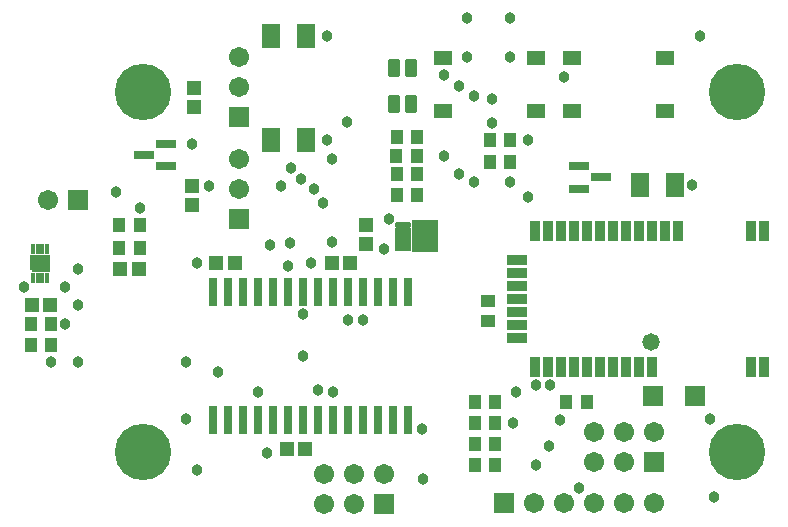
<source format=gts>
G04*
G04 #@! TF.GenerationSoftware,Altium Limited,Altium Designer,20.1.8 (145)*
G04*
G04 Layer_Color=8388736*
%FSLAX25Y25*%
%MOIN*%
G70*
G04*
G04 #@! TF.SameCoordinates,6F670A74-5D77-4B1B-A970-1CA094F5BC2F*
G04*
G04*
G04 #@! TF.FilePolarity,Negative*
G04*
G01*
G75*
%ADD22R,0.06100X0.05100*%
%ADD34R,0.05524X0.01981*%
G04:AMPARAMS|DCode=35|XSize=19.81mil|YSize=55.24mil|CornerRadius=6.95mil|HoleSize=0mil|Usage=FLASHONLY|Rotation=90.000|XOffset=0mil|YOffset=0mil|HoleType=Round|Shape=RoundedRectangle|*
%AMROUNDEDRECTD35*
21,1,0.01981,0.04134,0,0,90.0*
21,1,0.00591,0.05524,0,0,90.0*
1,1,0.01391,0.02067,0.00295*
1,1,0.01391,0.02067,-0.00295*
1,1,0.01391,-0.02067,-0.00295*
1,1,0.01391,-0.02067,0.00295*
%
%ADD35ROUNDEDRECTD35*%
%ADD36R,0.09068X0.10642*%
%ADD37R,0.03162X0.09461*%
%ADD38R,0.04737X0.04737*%
%ADD39R,0.04343X0.04737*%
G04:AMPARAMS|DCode=40|XSize=23.68mil|YSize=23.68mil|CornerRadius=4.46mil|HoleSize=0mil|Usage=FLASHONLY|Rotation=0.000|XOffset=0mil|YOffset=0mil|HoleType=Round|Shape=RoundedRectangle|*
%AMROUNDEDRECTD40*
21,1,0.02368,0.01476,0,0,0.0*
21,1,0.01476,0.02368,0,0,0.0*
1,1,0.00892,0.00738,-0.00738*
1,1,0.00892,-0.00738,-0.00738*
1,1,0.00892,-0.00738,0.00738*
1,1,0.00892,0.00738,0.00738*
%
%ADD40ROUNDEDRECTD40*%
%ADD41R,0.01300X0.03300*%
%ADD42R,0.04737X0.04737*%
%ADD43R,0.06706X0.03162*%
%ADD44R,0.05918X0.07887*%
%ADD45R,0.04737X0.04343*%
G04:AMPARAMS|DCode=46|XSize=62.72mil|YSize=39.1mil|CornerRadius=7.89mil|HoleSize=0mil|Usage=FLASHONLY|Rotation=270.000|XOffset=0mil|YOffset=0mil|HoleType=Round|Shape=RoundedRectangle|*
%AMROUNDEDRECTD46*
21,1,0.06272,0.02333,0,0,270.0*
21,1,0.04695,0.03910,0,0,270.0*
1,1,0.01578,-0.01166,-0.02347*
1,1,0.01578,-0.01166,0.02347*
1,1,0.01578,0.01166,0.02347*
1,1,0.01578,0.01166,-0.02347*
%
%ADD46ROUNDEDRECTD46*%
%ADD47R,0.03556X0.06706*%
%ADD48R,0.06706X0.03556*%
%ADD49R,0.06706X0.06706*%
%ADD50C,0.06706*%
%ADD51C,0.02965*%
%ADD52C,0.18800*%
%ADD53C,0.03800*%
%ADD54C,0.05800*%
G36*
X82326Y193050D02*
X82363Y193039D01*
X82407Y193020D01*
X82441Y193002D01*
X82471Y192977D01*
X82505Y192944D01*
X82530Y192914D01*
X82538Y192898D01*
X82548Y192880D01*
X82566Y192836D01*
X82577Y192799D01*
X82581Y192760D01*
Y192736D01*
Y187815D01*
Y187791D01*
D01*
Y187791D01*
X82577Y187753D01*
X82566Y187715D01*
X82548Y187671D01*
X82530Y187637D01*
X82505Y187607D01*
X82471Y187574D01*
X82471Y187574D01*
X82471Y187574D01*
X82465Y187569D01*
X82441Y187549D01*
X82421Y187538D01*
X82407Y187531D01*
X82363Y187513D01*
X82332Y187503D01*
X82326Y187501D01*
X82326D01*
X82326Y187501D01*
X82300Y187499D01*
X82288Y187498D01*
X76846D01*
X76825Y187500D01*
X76808Y187501D01*
X76808Y187501D01*
X76808D01*
X76784Y187508D01*
X76771Y187513D01*
X76771Y187513D01*
X76771D01*
X76771D01*
X76763Y187516D01*
X76763D01*
X76763Y187516D01*
X76743Y187527D01*
X76728Y187534D01*
X76728Y187534D01*
X76728Y187534D01*
X76698Y187559D01*
X76693Y187565D01*
X76668Y187595D01*
X76668Y187595D01*
X76668Y187595D01*
X76658Y187614D01*
X76650Y187629D01*
X76650Y187629D01*
X76650Y187629D01*
X76647Y187637D01*
Y187637D01*
Y187637D01*
X76647Y187637D01*
X76642Y187650D01*
X76635Y187674D01*
Y187674D01*
X76635Y187674D01*
X76634Y187691D01*
X76633Y187692D01*
X76632Y187697D01*
X76621Y187817D01*
X76532Y188030D01*
X76377Y188186D01*
X76164Y188274D01*
X76044Y188286D01*
X76038Y188287D01*
X76038Y188287D01*
X76020Y188289D01*
X76020Y188289D01*
X76020D01*
X75997Y188296D01*
X75983Y188300D01*
X75983Y188300D01*
X75983D01*
X75983D01*
X75975Y188303D01*
X75975D01*
X75975Y188303D01*
X75955Y188314D01*
X75941Y188321D01*
X75941Y188321D01*
X75941Y188321D01*
X75911Y188346D01*
X75905Y188352D01*
X75881Y188382D01*
X75881Y188382D01*
X75880Y188382D01*
X75870Y188401D01*
X75862Y188416D01*
X75862Y188416D01*
X75862Y188416D01*
X75859Y188424D01*
Y188424D01*
Y188424D01*
X75859Y188424D01*
X75855Y188438D01*
X75848Y188461D01*
Y188461D01*
X75848Y188461D01*
X75846Y188479D01*
X75844Y188500D01*
Y188504D01*
Y192736D01*
Y192760D01*
X75845Y192773D01*
X75848Y192799D01*
X75848Y192799D01*
Y192799D01*
X75850Y192805D01*
X75859Y192836D01*
X75877Y192880D01*
X75877Y192880D01*
Y192880D01*
X75896Y192914D01*
X75920Y192944D01*
X75954Y192977D01*
X75984Y193002D01*
X76000Y193011D01*
X76018Y193020D01*
X76062Y193039D01*
X76099Y193050D01*
X76138Y193054D01*
X82288D01*
X82288D01*
D01*
X82326Y193050D01*
D02*
G37*
D22*
X213350Y258858D02*
D03*
Y241142D02*
D03*
X244650D02*
D03*
Y258858D02*
D03*
X256350D02*
D03*
Y241142D02*
D03*
X287650D02*
D03*
Y258858D02*
D03*
D34*
X200200Y195363D02*
D03*
X200198Y197332D02*
D03*
X200200Y199300D02*
D03*
Y201232D02*
D03*
D35*
X200100Y203200D02*
D03*
D36*
X207500Y199300D02*
D03*
D37*
X202000Y180760D02*
D03*
X197000D02*
D03*
X192000D02*
D03*
X187000D02*
D03*
X182000D02*
D03*
X177000D02*
D03*
X172000D02*
D03*
X167000D02*
D03*
X162000D02*
D03*
X157000D02*
D03*
X152000D02*
D03*
X147000D02*
D03*
X142000D02*
D03*
X137000D02*
D03*
X202000Y138240D02*
D03*
X197000D02*
D03*
X192000D02*
D03*
X187000D02*
D03*
X182000D02*
D03*
X177000D02*
D03*
X172000D02*
D03*
X167000D02*
D03*
X162000D02*
D03*
X157000D02*
D03*
X152000D02*
D03*
X147000D02*
D03*
X142000D02*
D03*
X137000D02*
D03*
D38*
X144150Y190500D02*
D03*
X137850D02*
D03*
X161350Y128500D02*
D03*
X167650D02*
D03*
X112150Y188500D02*
D03*
X105850D02*
D03*
X76350Y176500D02*
D03*
X82650D02*
D03*
X182650Y190500D02*
D03*
X176350D02*
D03*
D39*
X229153Y224000D02*
D03*
X235846D02*
D03*
X105654Y203000D02*
D03*
X112346D02*
D03*
X105654Y195500D02*
D03*
X112346D02*
D03*
X198153Y220000D02*
D03*
X204847D02*
D03*
X204847Y213000D02*
D03*
X198153D02*
D03*
X198000Y226000D02*
D03*
X204693D02*
D03*
X224153Y123000D02*
D03*
X230847D02*
D03*
X224153Y130000D02*
D03*
X230847D02*
D03*
X82846Y163000D02*
D03*
X76153D02*
D03*
X82846Y170000D02*
D03*
X76153D02*
D03*
X261347Y144000D02*
D03*
X254654D02*
D03*
X229153Y231500D02*
D03*
X235846D02*
D03*
X204847Y232500D02*
D03*
X198153D02*
D03*
X224153Y144000D02*
D03*
X230847D02*
D03*
X224153Y137000D02*
D03*
X230847D02*
D03*
D40*
X79213Y190276D02*
D03*
D41*
X76850Y195000D02*
D03*
X78425D02*
D03*
X80000D02*
D03*
X81575D02*
D03*
Y185551D02*
D03*
X80000D02*
D03*
X78425D02*
D03*
X76850D02*
D03*
D42*
X130500Y248650D02*
D03*
Y242350D02*
D03*
X130000Y216150D02*
D03*
Y209850D02*
D03*
X188000Y203150D02*
D03*
Y196850D02*
D03*
D43*
X113760Y226500D02*
D03*
X121240Y230240D02*
D03*
Y222760D02*
D03*
X266240Y219000D02*
D03*
X258760Y215260D02*
D03*
Y222740D02*
D03*
D44*
X156291Y266000D02*
D03*
X167709D02*
D03*
X156291Y231500D02*
D03*
X167709D02*
D03*
X279291Y216500D02*
D03*
X290709D02*
D03*
D45*
X228500Y177847D02*
D03*
Y171153D02*
D03*
D46*
X197047Y255465D02*
D03*
X202953D02*
D03*
Y243535D02*
D03*
X197047D02*
D03*
D47*
X320658Y201106D02*
D03*
X316327D02*
D03*
X320658Y155862D02*
D03*
X316327D02*
D03*
X244280D02*
D03*
X248610D02*
D03*
X265933D02*
D03*
X261603D02*
D03*
X257272D02*
D03*
X252941Y201137D02*
D03*
X274595Y155862D02*
D03*
X270264D02*
D03*
X252941D02*
D03*
X265933Y201137D02*
D03*
X257272D02*
D03*
X283256D02*
D03*
X278925Y155862D02*
D03*
X287587Y201137D02*
D03*
X261603D02*
D03*
X278925D02*
D03*
X248610D02*
D03*
X244280D02*
D03*
X274595D02*
D03*
X270264D02*
D03*
X283256Y155862D02*
D03*
X291917Y201137D02*
D03*
D48*
X238177Y191492D02*
D03*
Y182830D02*
D03*
Y178500D02*
D03*
Y174169D02*
D03*
Y187161D02*
D03*
Y169838D02*
D03*
Y165508D02*
D03*
D49*
X297390Y146000D02*
D03*
X283610D02*
D03*
X284000Y124000D02*
D03*
X234000Y110500D02*
D03*
X193833Y110000D02*
D03*
X145500Y239000D02*
D03*
Y205000D02*
D03*
X92000Y211500D02*
D03*
D50*
X284000Y134000D02*
D03*
X274000Y124000D02*
D03*
Y134000D02*
D03*
X264000Y124000D02*
D03*
Y134000D02*
D03*
X284000Y110500D02*
D03*
X274000D02*
D03*
X264000D02*
D03*
X254000D02*
D03*
X244000D02*
D03*
X193833Y120000D02*
D03*
X183833Y110000D02*
D03*
Y120000D02*
D03*
X173833Y110000D02*
D03*
Y120000D02*
D03*
X145500Y259000D02*
D03*
Y249000D02*
D03*
Y225000D02*
D03*
Y215000D02*
D03*
X82000Y211500D02*
D03*
D51*
X209800Y195800D02*
D03*
X209900Y199300D02*
D03*
X207500Y197500D02*
D03*
X209800Y202900D02*
D03*
X207500Y201000D02*
D03*
X205100Y195800D02*
D03*
Y199300D02*
D03*
Y202800D02*
D03*
D52*
X113500Y127500D02*
D03*
Y247500D02*
D03*
X311500D02*
D03*
Y127500D02*
D03*
D53*
X252500Y138000D02*
D03*
X237000Y137000D02*
D03*
X207000Y118500D02*
D03*
X244375Y123125D02*
D03*
X249326Y149673D02*
D03*
X244500Y149705D02*
D03*
X259000Y115500D02*
D03*
X302500Y138500D02*
D03*
X304000Y112500D02*
D03*
X206500Y135000D02*
D03*
X167000Y159500D02*
D03*
X152000Y147500D02*
D03*
X162500Y197000D02*
D03*
X169500Y190500D02*
D03*
X187000Y171500D02*
D03*
X128000Y138500D02*
D03*
X172000Y148000D02*
D03*
X177000Y147500D02*
D03*
X156000Y196500D02*
D03*
X155000Y127000D02*
D03*
X162000Y189500D02*
D03*
X167000Y173500D02*
D03*
X182000Y171500D02*
D03*
X238000Y147500D02*
D03*
X249000Y129500D02*
D03*
X131500Y121500D02*
D03*
Y190500D02*
D03*
X135500Y216000D02*
D03*
X230000Y237000D02*
D03*
X181500Y237500D02*
D03*
X230000Y245000D02*
D03*
X221500Y259000D02*
D03*
X224000Y246000D02*
D03*
X221500Y272000D02*
D03*
X219000Y249500D02*
D03*
X214000Y253000D02*
D03*
Y226000D02*
D03*
X219000Y220000D02*
D03*
X224000Y217500D02*
D03*
X236000Y259000D02*
D03*
X242000Y231500D02*
D03*
X254000Y252500D02*
D03*
X236000Y272000D02*
D03*
X195500Y205000D02*
D03*
X159500Y216000D02*
D03*
X242000Y212500D02*
D03*
X236000Y217500D02*
D03*
X166199Y218500D02*
D03*
X173500Y210500D02*
D03*
X170500Y215000D02*
D03*
X163000Y222000D02*
D03*
X128000Y157500D02*
D03*
X296500Y216500D02*
D03*
X299330Y266000D02*
D03*
X175000Y231500D02*
D03*
Y266000D02*
D03*
X176396Y197400D02*
D03*
X92000Y157500D02*
D03*
X138500Y154000D02*
D03*
X92000Y176500D02*
D03*
X87500Y170000D02*
D03*
Y182500D02*
D03*
X176396Y225104D02*
D03*
X104500Y214000D02*
D03*
X112346Y208846D02*
D03*
X129740Y230240D02*
D03*
X92000Y188500D02*
D03*
X83000Y157500D02*
D03*
X74000Y182500D02*
D03*
X194000Y195000D02*
D03*
D54*
X283000Y164000D02*
D03*
M02*

</source>
